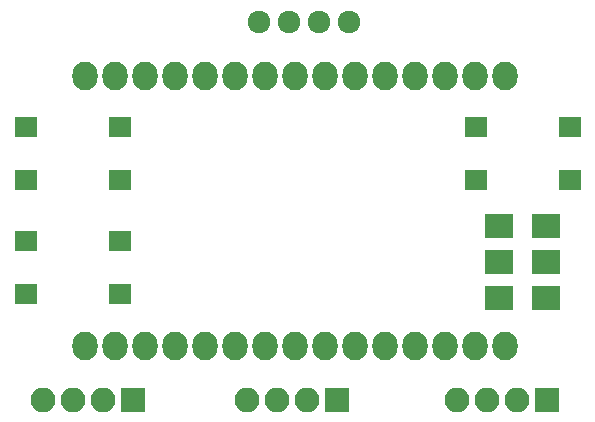
<source format=gbr>
G04 #@! TF.FileFunction,Soldermask,Top*
%FSLAX46Y46*%
G04 Gerber Fmt 4.6, Leading zero omitted, Abs format (unit mm)*
G04 Created by KiCad (PCBNEW 4.0.4-stable) date 02/23/17 08:50:32*
%MOMM*%
%LPD*%
G01*
G04 APERTURE LIST*
%ADD10C,0.100000*%
%ADD11R,2.100000X2.100000*%
%ADD12O,2.100000X2.100000*%
%ADD13C,1.924000*%
%ADD14R,2.400000X2.100000*%
%ADD15R,1.950000X1.700000*%
%ADD16O,2.127200X2.432000*%
G04 APERTURE END LIST*
D10*
D11*
X73152000Y-64516000D03*
D12*
X70612000Y-64516000D03*
X68072000Y-64516000D03*
X65532000Y-64516000D03*
D11*
X90424000Y-64516000D03*
D12*
X87884000Y-64516000D03*
X85344000Y-64516000D03*
X82804000Y-64516000D03*
D13*
X83820000Y-32512000D03*
X86360000Y-32512000D03*
X88900000Y-32512000D03*
X91440000Y-32512000D03*
D11*
X108204000Y-64516000D03*
D12*
X105664000Y-64516000D03*
X103124000Y-64516000D03*
X100584000Y-64516000D03*
D14*
X104172000Y-55880000D03*
X108172000Y-55880000D03*
X104172000Y-49784000D03*
X108172000Y-49784000D03*
X104172000Y-52832000D03*
X108172000Y-52832000D03*
D15*
X64097000Y-41438000D03*
X72047000Y-41438000D03*
X64097000Y-45938000D03*
X72047000Y-45938000D03*
X64097000Y-51090000D03*
X72047000Y-51090000D03*
X64097000Y-55590000D03*
X72047000Y-55590000D03*
X102197000Y-41438000D03*
X110147000Y-41438000D03*
X102197000Y-45938000D03*
X110147000Y-45938000D03*
D16*
X104648000Y-59944000D03*
X102108000Y-59944000D03*
X99568000Y-59944000D03*
X97028000Y-59944000D03*
X94488000Y-59944000D03*
X91948000Y-59944000D03*
X89408000Y-59944000D03*
X86868000Y-59944000D03*
X84328000Y-59944000D03*
X81788000Y-59944000D03*
X79248000Y-59944000D03*
X76708000Y-59944000D03*
X74168000Y-59944000D03*
X71628000Y-59944000D03*
X69088000Y-59944000D03*
X104648000Y-37084000D03*
X74168000Y-37084000D03*
X71628000Y-37084000D03*
X76708000Y-37084000D03*
X91948000Y-37084000D03*
X94488000Y-37084000D03*
X89408000Y-37084000D03*
X69088000Y-37084000D03*
X84328000Y-37084000D03*
X86868000Y-37084000D03*
X81788000Y-37084000D03*
X79248000Y-37084000D03*
X99568000Y-37084000D03*
X97028000Y-37084000D03*
X102108000Y-37084000D03*
M02*

</source>
